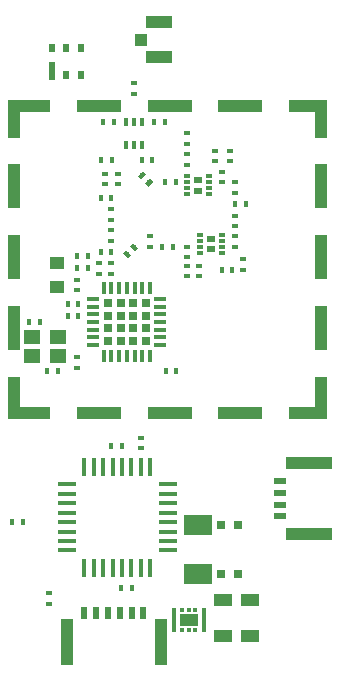
<source format=gbr>
G04 #@! TF.GenerationSoftware,KiCad,Pcbnew,(5.1.4)-1*
G04 #@! TF.CreationDate,2020-12-03T17:51:28+01:00*
G04 #@! TF.ProjectId,LoRa_Balloon,4c6f5261-5f42-4616-9c6c-6f6f6e2e6b69,2*
G04 #@! TF.SameCoordinates,Original*
G04 #@! TF.FileFunction,Paste,Top*
G04 #@! TF.FilePolarity,Positive*
%FSLAX46Y46*%
G04 Gerber Fmt 4.6, Leading zero omitted, Abs format (unit mm)*
G04 Created by KiCad (PCBNEW (5.1.4)-1) date 2020-12-03 17:51:28*
%MOMM*%
%LPD*%
G04 APERTURE LIST*
%ADD10R,0.600000X0.750000*%
%ADD11R,0.600000X1.500000*%
%ADD12R,1.500000X1.100000*%
%ADD13R,0.350000X0.375000*%
%ADD14R,0.350000X2.100000*%
%ADD15R,4.000000X1.000000*%
%ADD16R,1.000000X0.500000*%
%ADD17R,1.050000X1.050000*%
%ADD18R,2.200000X1.050000*%
%ADD19R,0.600000X0.400000*%
%ADD20R,1.600000X1.000000*%
%ADD21R,0.500000X1.000000*%
%ADD22R,1.000000X4.000000*%
%ADD23R,0.400000X0.600000*%
%ADD24R,2.400000X1.700000*%
%ADD25R,0.450000X1.600000*%
%ADD26R,1.600000X0.450000*%
%ADD27C,0.400000*%
%ADD28C,0.100000*%
%ADD29R,1.250000X1.000000*%
%ADD30R,0.800000X0.750000*%
%ADD31R,3.240000X1.000000*%
%ADD32R,3.800000X1.000000*%
%ADD33R,3.570000X1.000000*%
%ADD34R,1.000000X3.570000*%
%ADD35R,1.000000X3.800000*%
%ADD36R,1.000000X3.240000*%
%ADD37R,0.500000X0.300000*%
%ADD38R,0.636000X0.528000*%
%ADD39R,1.000000X0.370000*%
%ADD40R,0.370000X1.000000*%
%ADD41R,0.637500X0.637500*%
%ADD42R,0.400000X0.650000*%
%ADD43R,1.400000X1.150000*%
G04 APERTURE END LIST*
D10*
X191273580Y-106017280D03*
X192473580Y-108267280D03*
X193673580Y-108267280D03*
X193673580Y-106017280D03*
X192473580Y-106017280D03*
D11*
X191273580Y-107892280D03*
D12*
X202824080Y-154424380D03*
D13*
X202274080Y-155286880D03*
X202824080Y-155286880D03*
X203374080Y-155286880D03*
X203374080Y-153561880D03*
X202824080Y-153561880D03*
X202274080Y-153561880D03*
D14*
X204099080Y-154424380D03*
X201549080Y-154424380D03*
D15*
X213040000Y-141130000D03*
X213040000Y-147130000D03*
D16*
X210540000Y-142630000D03*
X210540000Y-143630000D03*
X210540000Y-144630000D03*
X210540000Y-145630000D03*
D17*
X198775000Y-105265000D03*
D18*
X200300000Y-103815000D03*
X200300000Y-106765000D03*
D19*
X195767960Y-116616480D03*
X195767960Y-117516480D03*
D20*
X208048860Y-152751660D03*
X208048860Y-155751660D03*
X205750160Y-155751660D03*
X205750160Y-152751660D03*
D21*
X193981700Y-153782580D03*
X194981700Y-153782580D03*
X195981700Y-153782580D03*
X196981700Y-153782580D03*
X197981700Y-153782580D03*
X198981700Y-153782580D03*
D22*
X192481700Y-156282580D03*
X200481700Y-156282580D03*
D23*
X197983260Y-151729440D03*
X197083260Y-151729440D03*
D24*
X203570840Y-150502840D03*
X203570840Y-146402840D03*
D25*
X193981420Y-150022340D03*
X194781420Y-150022340D03*
X195581420Y-150022340D03*
X196381420Y-150022340D03*
X197181420Y-150022340D03*
X197981420Y-150022340D03*
X198781420Y-150022340D03*
X199581420Y-150022340D03*
D26*
X201081420Y-148522340D03*
X201081420Y-147722340D03*
X201081420Y-146922340D03*
X201081420Y-146122340D03*
X201081420Y-145322340D03*
X201081420Y-144522340D03*
X201081420Y-143722340D03*
X201081420Y-142922340D03*
D25*
X199581420Y-141422340D03*
X198781420Y-141422340D03*
X197981420Y-141422340D03*
X197181420Y-141422340D03*
X196381420Y-141422340D03*
X195581420Y-141422340D03*
X194781420Y-141422340D03*
X193981420Y-141422340D03*
D26*
X192481420Y-142902940D03*
X192481420Y-143722340D03*
X192481420Y-144522340D03*
X192481420Y-145322340D03*
X192481420Y-146122340D03*
X192481420Y-146922340D03*
X192481420Y-147722340D03*
X192481420Y-148522340D03*
D19*
X195234560Y-125082720D03*
X195234560Y-124182720D03*
D23*
X198851520Y-115468400D03*
X199751520Y-115468400D03*
D19*
X193360040Y-125587760D03*
X193360040Y-126487760D03*
D27*
X198851520Y-116723160D03*
D28*
G36*
X199205073Y-116652449D02*
G01*
X198780809Y-117076713D01*
X198497967Y-116793871D01*
X198922231Y-116369607D01*
X199205073Y-116652449D01*
X199205073Y-116652449D01*
G37*
D27*
X199487916Y-117359556D03*
D28*
G36*
X199841469Y-117288845D02*
G01*
X199417205Y-117713109D01*
X199134363Y-117430267D01*
X199558627Y-117006003D01*
X199841469Y-117288845D01*
X199841469Y-117288845D01*
G37*
D29*
X191714120Y-126187200D03*
X191714120Y-124187200D03*
D23*
X192577300Y-127635000D03*
X193477300Y-127635000D03*
D19*
X202712320Y-114112040D03*
X202712320Y-113212040D03*
D23*
X193364280Y-123560840D03*
X194264280Y-123560840D03*
X193481960Y-128691640D03*
X192581960Y-128691640D03*
X194264280Y-124637800D03*
X193364280Y-124637800D03*
X201788180Y-133355080D03*
X200888180Y-133355080D03*
D19*
X205018640Y-114678040D03*
X205018640Y-115578040D03*
X206314040Y-115578040D03*
X206314040Y-114678040D03*
X206750920Y-117362400D03*
X206750920Y-118262400D03*
D23*
X206750920Y-119207280D03*
X207650920Y-119207280D03*
D19*
X206750920Y-120167400D03*
X206750920Y-121067400D03*
X207416400Y-124744900D03*
X207416400Y-123844900D03*
D23*
X189295200Y-129219960D03*
X190195200Y-129219960D03*
X191752220Y-133304280D03*
X190852220Y-133304280D03*
D19*
X202653900Y-124411320D03*
X202653900Y-125311320D03*
D23*
X195386120Y-123235720D03*
X196286120Y-123235720D03*
D19*
X203664820Y-125311320D03*
X203664820Y-124411320D03*
X196286120Y-121380680D03*
X196286120Y-122280680D03*
X199588120Y-122811540D03*
X199588120Y-121911540D03*
D23*
X200600740Y-122809000D03*
X201500740Y-122809000D03*
X196278500Y-118661180D03*
X195378500Y-118661180D03*
D19*
X196814440Y-116616480D03*
X196814440Y-117516480D03*
D23*
X195561800Y-112268000D03*
X196461800Y-112268000D03*
X195397120Y-115463320D03*
X196297120Y-115463320D03*
X200805200Y-112268000D03*
X199905200Y-112268000D03*
D19*
X198196200Y-109857960D03*
X198196200Y-108957960D03*
D30*
X205518320Y-146402840D03*
X207018320Y-146402840D03*
X207018320Y-150502840D03*
X205518320Y-150502840D03*
D19*
X190985140Y-152128220D03*
X190985140Y-153028220D03*
D23*
X197182740Y-139717780D03*
X196282740Y-139717780D03*
D19*
X198780400Y-139873140D03*
X198780400Y-138973140D03*
D31*
X212926200Y-110853200D03*
D32*
X207206200Y-110853200D03*
X201206200Y-110853200D03*
X195206200Y-110853200D03*
D33*
X189321200Y-110853200D03*
D34*
X214046200Y-135578200D03*
D35*
X214046200Y-129693200D03*
X214046200Y-123693200D03*
X214046200Y-117693200D03*
D36*
X214046200Y-111973200D03*
D31*
X212926200Y-136863200D03*
D32*
X207206200Y-136863200D03*
X201206200Y-136863200D03*
X195206200Y-136863200D03*
D33*
X189321200Y-136863200D03*
D36*
X188036200Y-111973200D03*
D35*
X188036200Y-117693200D03*
X188036200Y-123693200D03*
X188036200Y-129693200D03*
D34*
X188036200Y-135578200D03*
D23*
X200814520Y-117358160D03*
X201714520Y-117358160D03*
D19*
X205668880Y-116458160D03*
X205668880Y-117358160D03*
X196286120Y-124185680D03*
X196286120Y-125085680D03*
X206750920Y-121909840D03*
X206750920Y-122809840D03*
D27*
X197584060Y-123447238D03*
D28*
G36*
X197513349Y-123093685D02*
G01*
X197937613Y-123517949D01*
X197654771Y-123800791D01*
X197230507Y-123376527D01*
X197513349Y-123093685D01*
X197513349Y-123093685D01*
G37*
D27*
X198220456Y-122810842D03*
D28*
G36*
X198149745Y-122457289D02*
G01*
X198574009Y-122881553D01*
X198291167Y-123164395D01*
X197866903Y-122740131D01*
X198149745Y-122457289D01*
X198149745Y-122457289D01*
G37*
D19*
X202653900Y-122808580D03*
X202653900Y-123708580D03*
X196286120Y-119620880D03*
X196286120Y-120520880D03*
X202712320Y-115864640D03*
X202712320Y-114964640D03*
X193332100Y-133038000D03*
X193332100Y-132138000D03*
D23*
X206504960Y-124744480D03*
X205604960Y-124744480D03*
X187906240Y-146122340D03*
X188806240Y-146122340D03*
D37*
X202716560Y-116857080D03*
X202716560Y-117357080D03*
X202716560Y-117857080D03*
X202716560Y-118357080D03*
X204516560Y-118357080D03*
X204516560Y-117857080D03*
X204516560Y-117357080D03*
X204516560Y-116857080D03*
D38*
X203616560Y-118047080D03*
X203616560Y-117167080D03*
D39*
X194736120Y-127234520D03*
X194736120Y-127884520D03*
X194736120Y-128534520D03*
X194736120Y-129184520D03*
X194736120Y-129834520D03*
X194736120Y-130484520D03*
X194736120Y-131134520D03*
D40*
X195636120Y-132034520D03*
X196286120Y-132034520D03*
X196936120Y-132034520D03*
X197586120Y-132034520D03*
X198236120Y-132034520D03*
X198886120Y-132034520D03*
X199536120Y-132034520D03*
D39*
X200436120Y-131134520D03*
X200436120Y-130484520D03*
X200436120Y-129834520D03*
X200436120Y-129184520D03*
X200436120Y-128534520D03*
X200436120Y-127884520D03*
X200436120Y-127234520D03*
D40*
X199536120Y-126334520D03*
X198886120Y-126334520D03*
X198236120Y-126334520D03*
X197586120Y-126334520D03*
X196936120Y-126334520D03*
X196286120Y-126334520D03*
X195636120Y-126334520D03*
D41*
X199179870Y-130778270D03*
X199179870Y-129715770D03*
X199179870Y-128653270D03*
X199179870Y-127590770D03*
X198117370Y-130778270D03*
X198117370Y-129715770D03*
X198117370Y-128653270D03*
X198117370Y-127590770D03*
X197054870Y-130778270D03*
X197054870Y-129715770D03*
X197054870Y-128653270D03*
X197054870Y-127590770D03*
X195992370Y-130778270D03*
X195992370Y-129715770D03*
X195992370Y-128653270D03*
X195992370Y-127590770D03*
D38*
X204702840Y-122999000D03*
X204702840Y-122119000D03*
D37*
X203802840Y-123309000D03*
X203802840Y-122809000D03*
X203802840Y-122309000D03*
X203802840Y-121809000D03*
X205602840Y-121809000D03*
X205602840Y-122309000D03*
X205602840Y-122809000D03*
X205602840Y-123309000D03*
D42*
X197546200Y-114168000D03*
X198846200Y-114168000D03*
X198196200Y-112268000D03*
X198196200Y-114168000D03*
X198846200Y-112268000D03*
X197546200Y-112268000D03*
D43*
X189549860Y-130467200D03*
X191749860Y-130467200D03*
X191749860Y-132067200D03*
X189549860Y-132067200D03*
M02*

</source>
